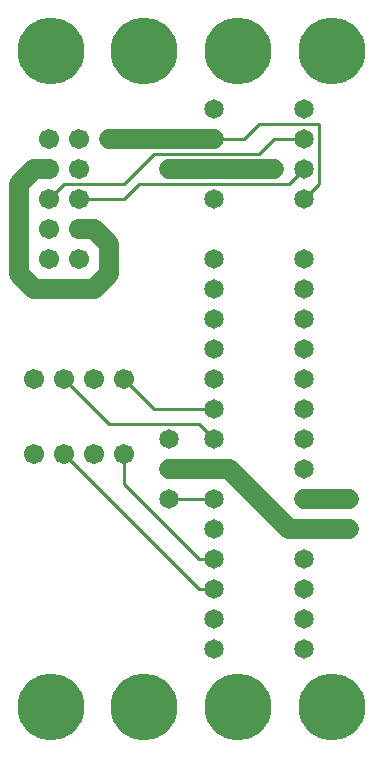
<source format=gbl>
%MOIN*%
%FSLAX25Y25*%
G04 D10 used for Character Trace; *
G04     Circle (OD=.01000) (No hole)*
G04 D11 used for Power Trace; *
G04     Circle (OD=.06500) (No hole)*
G04 D12 used for Signal Trace; *
G04     Circle (OD=.01100) (No hole)*
G04 D13 used for Via; *
G04     Circle (OD=.05800) (Round. Hole ID=.02800)*
G04 D14 used for Component hole; *
G04     Circle (OD=.06500) (Round. Hole ID=.03500)*
G04 D15 used for Component hole; *
G04     Circle (OD=.06700) (Round. Hole ID=.04300)*
G04 D16 used for Component hole; *
G04     Circle (OD=.08100) (Round. Hole ID=.05100)*
G04 D17 used for Component hole; *
G04     Circle (OD=.08900) (Round. Hole ID=.05900)*
G04 D18 used for Component hole; *
G04     Circle (OD=.11300) (Round. Hole ID=.08300)*
G04 D19 used for Component hole; *
G04     Circle (OD=.16000) (Round. Hole ID=.13000)*
G04 D20 used for Component hole; *
G04     Circle (OD=.18300) (Round. Hole ID=.15300)*
G04 D21 used for Component hole; *
G04     Circle (OD=.22291) (Round. Hole ID=.19291)*
%ADD10C,.01000*%
%ADD11C,.06500*%
%ADD12C,.01100*%
%ADD13C,.05800*%
%ADD14C,.06500*%
%ADD15C,.06700*%
%ADD16C,.08100*%
%ADD17C,.08900*%
%ADD18C,.11300*%
%ADD19C,.16000*%
%ADD20C,.18300*%
%ADD21C,.22291*%
%IPPOS*%
%LPD*%
G90*X0Y0D02*D21*X15625Y15625D03*X46875D03*D12*    
X65000Y65000D02*X70000D01*D14*D03*D12*X65000D02*  
X40000Y90000D01*Y100000D01*D15*D03*X30000D03*D12* 
X35000Y110000D02*X65000D01*X70000Y105000D01*D14*  
D03*Y115000D03*D12*X50000D01*X40000Y125000D01*D15*
D03*X30000D03*D12*X35000Y110000D02*               
X20000Y125000D01*D15*D03*X10000D03*Y100000D03*    
X20000D03*D12*X65000Y55000D01*X70000D01*D14*D03*  
Y45000D03*Y75000D03*Y35000D03*D11*X95000Y75000D02*
X100000D01*D14*D03*D11*X115000D01*D14*D03*        
Y85000D03*D11*X100000D01*D14*D03*D11*             
X95000Y75000D02*X75000Y95000D01*X70000D01*D14*D03*
D11*X55000D01*D14*D03*Y105000D03*Y85000D03*D12*   
X70000D01*D14*D03*X100000Y55000D03*Y115000D03*    
Y65000D03*Y95000D03*Y105000D03*Y125000D03*        
X70000D03*X100000Y45000D03*Y135000D03*X70000D03*  
X100000Y35000D03*Y145000D03*X70000D03*            
X100000Y155000D03*X70000D03*D21*X78125Y15625D03*  
D11*X10000Y155000D02*X30000D01*X10000D02*         
X5000Y160000D01*Y190000D01*X10000Y195000D01*      
X15000D01*D15*D03*D12*Y185000D02*X20000Y190000D01*
D15*X15000Y185000D03*D12*X20000Y190000D02*        
X40000D01*X50000Y200000D01*X85000D01*             
X90000Y205000D01*X100000D01*D14*D03*D12*          
X105000Y190000D02*Y210000D01*X100000Y185000D02*   
X105000Y190000D01*D14*X100000Y185000D03*D12*      
X45000Y190000D02*X95000D01*X40000Y185000D02*      
X45000Y190000D01*X25000Y185000D02*X40000D01*D15*  
X25000D03*X15000Y175000D03*X25000Y195000D03*      
Y175000D03*D11*X30000D01*X35000Y170000D01*        
Y160000D01*X30000Y155000D01*D15*X25000Y165000D03* 
X15000D03*D14*X70000Y195000D03*D11*X55000D01*D14* 
D03*Y205000D03*D11*X35000D01*D13*D03*D15*         
X25000D03*D11*X55000D02*X70000D01*D14*D03*D12*    
X80000D01*X85000Y210000D01*X105000D01*D14*        
X100000Y215000D03*D13*X90000Y195000D03*D11*       
X70000D01*D14*Y185000D03*Y215000D03*D12*          
X95000Y190000D02*X100000Y195000D01*D14*D03*       
X70000Y165000D03*X100000D03*D21*X109375Y234375D03*
X78125D03*X46875D03*X15625D03*D15*                
X15000Y205000D03*D21*X109375Y15625D03*M02*        

</source>
